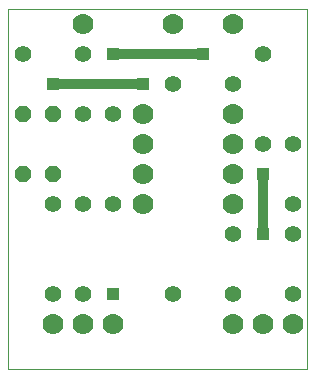
<source format=gtl>
G75*
%MOIN*%
%OFA0B0*%
%FSLAX25Y25*%
%IPPOS*%
%LPD*%
%AMOC8*
5,1,8,0,0,1.08239X$1,22.5*
%
%ADD10C,0.00000*%
%ADD11C,0.05543*%
%ADD12OC8,0.05200*%
%ADD13C,0.07000*%
%ADD14C,0.03200*%
%ADD15R,0.03962X0.03962*%
D10*
X0069627Y0025337D02*
X0069627Y0145337D01*
X0169548Y0145337D01*
X0169548Y0025337D01*
X0069627Y0025337D01*
D11*
X0084627Y0050337D03*
X0094627Y0050337D03*
X0124627Y0050337D03*
X0144627Y0050337D03*
X0164627Y0050337D03*
X0164627Y0070337D03*
X0164627Y0080337D03*
X0144627Y0070337D03*
X0104627Y0080337D03*
X0094627Y0080337D03*
X0084627Y0080337D03*
X0094627Y0110337D03*
X0104627Y0110337D03*
X0124627Y0120337D03*
X0144627Y0120337D03*
X0154627Y0130337D03*
X0154627Y0100337D03*
X0164627Y0100337D03*
X0094627Y0130337D03*
X0074627Y0130337D03*
D12*
X0074627Y0110337D03*
X0084627Y0110337D03*
X0084627Y0090337D03*
X0074627Y0090337D03*
D13*
X0114627Y0090337D03*
X0114627Y0080337D03*
X0144627Y0080337D03*
X0144627Y0090337D03*
X0144627Y0100337D03*
X0144627Y0110337D03*
X0114627Y0110337D03*
X0114627Y0100337D03*
X0124627Y0140337D03*
X0144627Y0140337D03*
X0094627Y0140337D03*
X0094627Y0040337D03*
X0104627Y0040337D03*
X0084627Y0040337D03*
X0144627Y0040337D03*
X0154627Y0040337D03*
X0164627Y0040337D03*
D14*
X0154627Y0070337D02*
X0154627Y0090337D01*
X0114627Y0120337D02*
X0084627Y0120337D01*
X0104627Y0130337D02*
X0134627Y0130337D01*
D15*
X0134627Y0130337D03*
X0114627Y0120337D03*
X0104627Y0130337D03*
X0084627Y0120337D03*
X0154627Y0090337D03*
X0154627Y0070337D03*
X0104627Y0050337D03*
M02*

</source>
